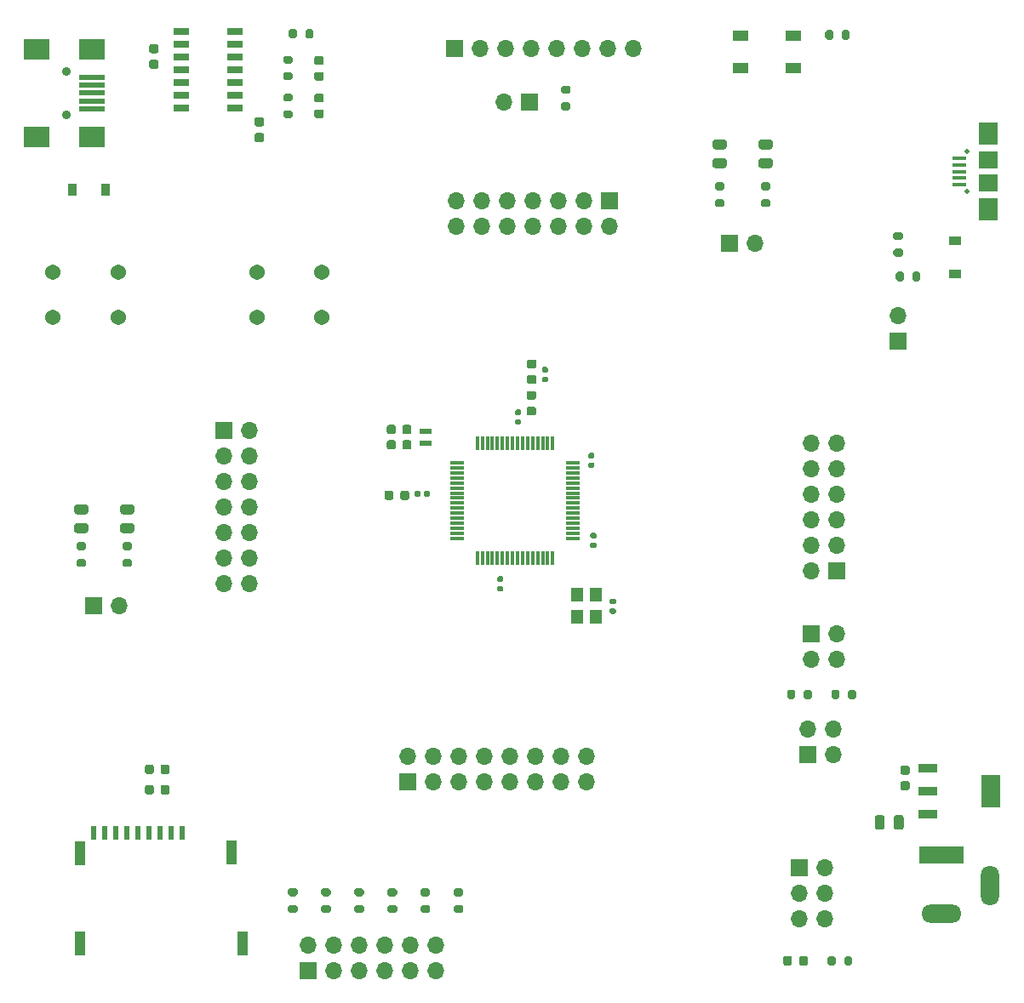
<source format=gts>
G04 #@! TF.GenerationSoftware,KiCad,Pcbnew,(5.1.10)-1*
G04 #@! TF.CreationDate,2021-11-18T19:13:28-07:00*
G04 #@! TF.ProjectId,ATSAME51Demo,41545341-4d45-4353-9144-656d6f2e6b69,1.0*
G04 #@! TF.SameCoordinates,Original*
G04 #@! TF.FileFunction,Soldermask,Top*
G04 #@! TF.FilePolarity,Negative*
%FSLAX46Y46*%
G04 Gerber Fmt 4.6, Leading zero omitted, Abs format (unit mm)*
G04 Created by KiCad (PCBNEW (5.1.10)-1) date 2021-11-18 19:13:28*
%MOMM*%
%LPD*%
G01*
G04 APERTURE LIST*
%ADD10O,1.700000X1.700000*%
%ADD11R,1.700000X1.700000*%
%ADD12R,1.400000X0.400000*%
%ADD13R,1.900000X2.300000*%
%ADD14R,1.900000X1.800000*%
%ADD15C,0.500000*%
%ADD16R,1.100000X2.400000*%
%ADD17R,0.620000X1.400000*%
%ADD18R,1.500000X0.650000*%
%ADD19R,1.200000X0.600000*%
%ADD20R,1.200000X1.400000*%
%ADD21C,1.540000*%
%ADD22R,1.550000X1.000000*%
%ADD23C,0.900000*%
%ADD24R,2.500000X0.500000*%
%ADD25R,2.500000X2.000000*%
%ADD26R,4.400000X1.800000*%
%ADD27O,4.000000X1.800000*%
%ADD28O,1.800000X4.000000*%
%ADD29R,1.850000X3.200000*%
%ADD30R,1.850000X0.900000*%
%ADD31R,0.300000X1.475000*%
%ADD32R,1.475000X0.300000*%
%ADD33R,0.900000X1.200000*%
%ADD34R,1.200000X0.900000*%
G04 APERTURE END LIST*
G36*
G01*
X125386250Y-75044000D02*
X124473750Y-75044000D01*
G75*
G02*
X124230000Y-74800250I0J243750D01*
G01*
X124230000Y-74312750D01*
G75*
G02*
X124473750Y-74069000I243750J0D01*
G01*
X125386250Y-74069000D01*
G75*
G02*
X125630000Y-74312750I0J-243750D01*
G01*
X125630000Y-74800250D01*
G75*
G02*
X125386250Y-75044000I-243750J0D01*
G01*
G37*
G36*
G01*
X125386250Y-76919000D02*
X124473750Y-76919000D01*
G75*
G02*
X124230000Y-76675250I0J243750D01*
G01*
X124230000Y-76187750D01*
G75*
G02*
X124473750Y-75944000I243750J0D01*
G01*
X125386250Y-75944000D01*
G75*
G02*
X125630000Y-76187750I0J-243750D01*
G01*
X125630000Y-76675250D01*
G75*
G02*
X125386250Y-76919000I-243750J0D01*
G01*
G37*
G36*
G01*
X120814250Y-75044000D02*
X119901750Y-75044000D01*
G75*
G02*
X119658000Y-74800250I0J243750D01*
G01*
X119658000Y-74312750D01*
G75*
G02*
X119901750Y-74069000I243750J0D01*
G01*
X120814250Y-74069000D01*
G75*
G02*
X121058000Y-74312750I0J-243750D01*
G01*
X121058000Y-74800250D01*
G75*
G02*
X120814250Y-75044000I-243750J0D01*
G01*
G37*
G36*
G01*
X120814250Y-76919000D02*
X119901750Y-76919000D01*
G75*
G02*
X119658000Y-76675250I0J243750D01*
G01*
X119658000Y-76187750D01*
G75*
G02*
X119901750Y-75944000I243750J0D01*
G01*
X120814250Y-75944000D01*
G75*
G02*
X121058000Y-76187750I0J-243750D01*
G01*
X121058000Y-76675250D01*
G75*
G02*
X120814250Y-76919000I-243750J0D01*
G01*
G37*
G36*
G01*
X61886250Y-111366000D02*
X60973750Y-111366000D01*
G75*
G02*
X60730000Y-111122250I0J243750D01*
G01*
X60730000Y-110634750D01*
G75*
G02*
X60973750Y-110391000I243750J0D01*
G01*
X61886250Y-110391000D01*
G75*
G02*
X62130000Y-110634750I0J-243750D01*
G01*
X62130000Y-111122250D01*
G75*
G02*
X61886250Y-111366000I-243750J0D01*
G01*
G37*
G36*
G01*
X61886250Y-113241000D02*
X60973750Y-113241000D01*
G75*
G02*
X60730000Y-112997250I0J243750D01*
G01*
X60730000Y-112509750D01*
G75*
G02*
X60973750Y-112266000I243750J0D01*
G01*
X61886250Y-112266000D01*
G75*
G02*
X62130000Y-112509750I0J-243750D01*
G01*
X62130000Y-112997250D01*
G75*
G02*
X61886250Y-113241000I-243750J0D01*
G01*
G37*
G36*
G01*
X57314250Y-111366000D02*
X56401750Y-111366000D01*
G75*
G02*
X56158000Y-111122250I0J243750D01*
G01*
X56158000Y-110634750D01*
G75*
G02*
X56401750Y-110391000I243750J0D01*
G01*
X57314250Y-110391000D01*
G75*
G02*
X57558000Y-110634750I0J-243750D01*
G01*
X57558000Y-111122250D01*
G75*
G02*
X57314250Y-111366000I-243750J0D01*
G01*
G37*
G36*
G01*
X57314250Y-113241000D02*
X56401750Y-113241000D01*
G75*
G02*
X56158000Y-112997250I0J243750D01*
G01*
X56158000Y-112509750D01*
G75*
G02*
X56401750Y-112266000I243750J0D01*
G01*
X57314250Y-112266000D01*
G75*
G02*
X57558000Y-112509750I0J-243750D01*
G01*
X57558000Y-112997250D01*
G75*
G02*
X57314250Y-113241000I-243750J0D01*
G01*
G37*
G36*
G01*
X138375000Y-84075000D02*
X137825000Y-84075000D01*
G75*
G02*
X137625000Y-83875000I0J200000D01*
G01*
X137625000Y-83475000D01*
G75*
G02*
X137825000Y-83275000I200000J0D01*
G01*
X138375000Y-83275000D01*
G75*
G02*
X138575000Y-83475000I0J-200000D01*
G01*
X138575000Y-83875000D01*
G75*
G02*
X138375000Y-84075000I-200000J0D01*
G01*
G37*
G36*
G01*
X138375000Y-85725000D02*
X137825000Y-85725000D01*
G75*
G02*
X137625000Y-85525000I0J200000D01*
G01*
X137625000Y-85125000D01*
G75*
G02*
X137825000Y-84925000I200000J0D01*
G01*
X138375000Y-84925000D01*
G75*
G02*
X138575000Y-85125000I0J-200000D01*
G01*
X138575000Y-85525000D01*
G75*
G02*
X138375000Y-85725000I-200000J0D01*
G01*
G37*
G36*
G01*
X138675000Y-87425000D02*
X138675000Y-87975000D01*
G75*
G02*
X138475000Y-88175000I-200000J0D01*
G01*
X138075000Y-88175000D01*
G75*
G02*
X137875000Y-87975000I0J200000D01*
G01*
X137875000Y-87425000D01*
G75*
G02*
X138075000Y-87225000I200000J0D01*
G01*
X138475000Y-87225000D01*
G75*
G02*
X138675000Y-87425000I0J-200000D01*
G01*
G37*
G36*
G01*
X140325000Y-87425000D02*
X140325000Y-87975000D01*
G75*
G02*
X140125000Y-88175000I-200000J0D01*
G01*
X139725000Y-88175000D01*
G75*
G02*
X139525000Y-87975000I0J200000D01*
G01*
X139525000Y-87425000D01*
G75*
G02*
X139725000Y-87225000I200000J0D01*
G01*
X140125000Y-87225000D01*
G75*
G02*
X140325000Y-87425000I0J-200000D01*
G01*
G37*
D10*
X138100000Y-91560000D03*
D11*
X138100000Y-94100000D03*
D12*
X144200000Y-78550000D03*
X144200000Y-77900000D03*
X144200000Y-77250000D03*
X144200000Y-76600000D03*
X144200000Y-75950000D03*
D13*
X147050000Y-81000000D03*
X147050000Y-73500000D03*
D14*
X147050000Y-78400000D03*
X147050000Y-76100000D03*
D15*
X144975000Y-75265000D03*
X144975000Y-79225000D03*
D16*
X71800000Y-145050000D03*
X72875000Y-154075000D03*
X56725000Y-154075000D03*
X56725000Y-145075000D03*
D17*
X58105000Y-143075000D03*
X59205000Y-143075000D03*
X60305000Y-143075000D03*
X61405000Y-143075000D03*
X62505000Y-143075000D03*
X63605000Y-143075000D03*
X64705000Y-143075000D03*
X65805000Y-143075000D03*
X66905000Y-143075000D03*
D10*
X92164000Y-154234000D03*
X92164000Y-156774000D03*
X89624000Y-154234000D03*
X89624000Y-156774000D03*
X87084000Y-154234000D03*
X87084000Y-156774000D03*
X84544000Y-154234000D03*
X84544000Y-156774000D03*
X82004000Y-154234000D03*
X82004000Y-156774000D03*
X79464000Y-154234000D03*
D11*
X79464000Y-156774000D03*
D18*
X66775000Y-70935000D03*
X66775000Y-69665000D03*
X66775000Y-68395000D03*
X66775000Y-67125000D03*
X66775000Y-65855000D03*
X66775000Y-64585000D03*
X66775000Y-63315000D03*
X72175000Y-63315000D03*
X72175000Y-64585000D03*
X72175000Y-65855000D03*
X72175000Y-67125000D03*
X72175000Y-68395000D03*
X72175000Y-69665000D03*
X72175000Y-70935000D03*
D10*
X94185000Y-82690000D03*
X94185000Y-80150000D03*
X96725000Y-82690000D03*
X96725000Y-80150000D03*
X99265000Y-82690000D03*
X99265000Y-80150000D03*
X101805000Y-82690000D03*
X101805000Y-80150000D03*
X104345000Y-82690000D03*
X104345000Y-80150000D03*
X106885000Y-82690000D03*
X106885000Y-80150000D03*
X109425000Y-82690000D03*
D11*
X109425000Y-80150000D03*
D19*
X91075000Y-104300000D03*
X91075000Y-103100000D03*
D20*
X106150000Y-121575000D03*
X106150000Y-119375000D03*
X108050000Y-119375000D03*
X108050000Y-121575000D03*
D21*
X74310000Y-87270000D03*
X80810000Y-87270000D03*
X74310000Y-91770000D03*
X80810000Y-91770000D03*
X54025000Y-87270000D03*
X60525000Y-87270000D03*
X54025000Y-91770000D03*
X60525000Y-91770000D03*
D22*
X127675000Y-66970000D03*
X122425000Y-66970000D03*
X127675000Y-63770000D03*
X122425000Y-63770000D03*
G36*
G01*
X77685000Y-66525000D02*
X77135000Y-66525000D01*
G75*
G02*
X76935000Y-66325000I0J200000D01*
G01*
X76935000Y-65925000D01*
G75*
G02*
X77135000Y-65725000I200000J0D01*
G01*
X77685000Y-65725000D01*
G75*
G02*
X77885000Y-65925000I0J-200000D01*
G01*
X77885000Y-66325000D01*
G75*
G02*
X77685000Y-66525000I-200000J0D01*
G01*
G37*
G36*
G01*
X77685000Y-68175000D02*
X77135000Y-68175000D01*
G75*
G02*
X76935000Y-67975000I0J200000D01*
G01*
X76935000Y-67575000D01*
G75*
G02*
X77135000Y-67375000I200000J0D01*
G01*
X77685000Y-67375000D01*
G75*
G02*
X77885000Y-67575000I0J-200000D01*
G01*
X77885000Y-67975000D01*
G75*
G02*
X77685000Y-68175000I-200000J0D01*
G01*
G37*
G36*
G01*
X77135000Y-71145000D02*
X77685000Y-71145000D01*
G75*
G02*
X77885000Y-71345000I0J-200000D01*
G01*
X77885000Y-71745000D01*
G75*
G02*
X77685000Y-71945000I-200000J0D01*
G01*
X77135000Y-71945000D01*
G75*
G02*
X76935000Y-71745000I0J200000D01*
G01*
X76935000Y-71345000D01*
G75*
G02*
X77135000Y-71145000I200000J0D01*
G01*
G37*
G36*
G01*
X77135000Y-69495000D02*
X77685000Y-69495000D01*
G75*
G02*
X77885000Y-69695000I0J-200000D01*
G01*
X77885000Y-70095000D01*
G75*
G02*
X77685000Y-70295000I-200000J0D01*
G01*
X77135000Y-70295000D01*
G75*
G02*
X76935000Y-70095000I0J200000D01*
G01*
X76935000Y-69695000D01*
G75*
G02*
X77135000Y-69495000I200000J0D01*
G01*
G37*
G36*
G01*
X78305000Y-63265000D02*
X78305000Y-63815000D01*
G75*
G02*
X78105000Y-64015000I-200000J0D01*
G01*
X77705000Y-64015000D01*
G75*
G02*
X77505000Y-63815000I0J200000D01*
G01*
X77505000Y-63265000D01*
G75*
G02*
X77705000Y-63065000I200000J0D01*
G01*
X78105000Y-63065000D01*
G75*
G02*
X78305000Y-63265000I0J-200000D01*
G01*
G37*
G36*
G01*
X79955000Y-63265000D02*
X79955000Y-63815000D01*
G75*
G02*
X79755000Y-64015000I-200000J0D01*
G01*
X79355000Y-64015000D01*
G75*
G02*
X79155000Y-63815000I0J200000D01*
G01*
X79155000Y-63265000D01*
G75*
G02*
X79355000Y-63065000I200000J0D01*
G01*
X79755000Y-63065000D01*
G75*
G02*
X79955000Y-63265000I0J-200000D01*
G01*
G37*
G36*
G01*
X105335000Y-69525000D02*
X104785000Y-69525000D01*
G75*
G02*
X104585000Y-69325000I0J200000D01*
G01*
X104585000Y-68925000D01*
G75*
G02*
X104785000Y-68725000I200000J0D01*
G01*
X105335000Y-68725000D01*
G75*
G02*
X105535000Y-68925000I0J-200000D01*
G01*
X105535000Y-69325000D01*
G75*
G02*
X105335000Y-69525000I-200000J0D01*
G01*
G37*
G36*
G01*
X105335000Y-71175000D02*
X104785000Y-71175000D01*
G75*
G02*
X104585000Y-70975000I0J200000D01*
G01*
X104585000Y-70575000D01*
G75*
G02*
X104785000Y-70375000I200000J0D01*
G01*
X105335000Y-70375000D01*
G75*
G02*
X105535000Y-70575000I0J-200000D01*
G01*
X105535000Y-70975000D01*
G75*
G02*
X105335000Y-71175000I-200000J0D01*
G01*
G37*
G36*
G01*
X94121000Y-150241000D02*
X94671000Y-150241000D01*
G75*
G02*
X94871000Y-150441000I0J-200000D01*
G01*
X94871000Y-150841000D01*
G75*
G02*
X94671000Y-151041000I-200000J0D01*
G01*
X94121000Y-151041000D01*
G75*
G02*
X93921000Y-150841000I0J200000D01*
G01*
X93921000Y-150441000D01*
G75*
G02*
X94121000Y-150241000I200000J0D01*
G01*
G37*
G36*
G01*
X94121000Y-148591000D02*
X94671000Y-148591000D01*
G75*
G02*
X94871000Y-148791000I0J-200000D01*
G01*
X94871000Y-149191000D01*
G75*
G02*
X94671000Y-149391000I-200000J0D01*
G01*
X94121000Y-149391000D01*
G75*
G02*
X93921000Y-149191000I0J200000D01*
G01*
X93921000Y-148791000D01*
G75*
G02*
X94121000Y-148591000I200000J0D01*
G01*
G37*
G36*
G01*
X84223400Y-150241000D02*
X84773400Y-150241000D01*
G75*
G02*
X84973400Y-150441000I0J-200000D01*
G01*
X84973400Y-150841000D01*
G75*
G02*
X84773400Y-151041000I-200000J0D01*
G01*
X84223400Y-151041000D01*
G75*
G02*
X84023400Y-150841000I0J200000D01*
G01*
X84023400Y-150441000D01*
G75*
G02*
X84223400Y-150241000I200000J0D01*
G01*
G37*
G36*
G01*
X84223400Y-148591000D02*
X84773400Y-148591000D01*
G75*
G02*
X84973400Y-148791000I0J-200000D01*
G01*
X84973400Y-149191000D01*
G75*
G02*
X84773400Y-149391000I-200000J0D01*
G01*
X84223400Y-149391000D01*
G75*
G02*
X84023400Y-149191000I0J200000D01*
G01*
X84023400Y-148791000D01*
G75*
G02*
X84223400Y-148591000I200000J0D01*
G01*
G37*
G36*
G01*
X128725000Y-129572501D02*
X128725000Y-129022501D01*
G75*
G02*
X128925000Y-128822501I200000J0D01*
G01*
X129325000Y-128822501D01*
G75*
G02*
X129525000Y-129022501I0J-200000D01*
G01*
X129525000Y-129572501D01*
G75*
G02*
X129325000Y-129772501I-200000J0D01*
G01*
X128925000Y-129772501D01*
G75*
G02*
X128725000Y-129572501I0J200000D01*
G01*
G37*
G36*
G01*
X127075000Y-129572501D02*
X127075000Y-129022501D01*
G75*
G02*
X127275000Y-128822501I200000J0D01*
G01*
X127675000Y-128822501D01*
G75*
G02*
X127875000Y-129022501I0J-200000D01*
G01*
X127875000Y-129572501D01*
G75*
G02*
X127675000Y-129772501I-200000J0D01*
G01*
X127275000Y-129772501D01*
G75*
G02*
X127075000Y-129572501I0J200000D01*
G01*
G37*
G36*
G01*
X80924200Y-150241000D02*
X81474200Y-150241000D01*
G75*
G02*
X81674200Y-150441000I0J-200000D01*
G01*
X81674200Y-150841000D01*
G75*
G02*
X81474200Y-151041000I-200000J0D01*
G01*
X80924200Y-151041000D01*
G75*
G02*
X80724200Y-150841000I0J200000D01*
G01*
X80724200Y-150441000D01*
G75*
G02*
X80924200Y-150241000I200000J0D01*
G01*
G37*
G36*
G01*
X80924200Y-148591000D02*
X81474200Y-148591000D01*
G75*
G02*
X81674200Y-148791000I0J-200000D01*
G01*
X81674200Y-149191000D01*
G75*
G02*
X81474200Y-149391000I-200000J0D01*
G01*
X80924200Y-149391000D01*
G75*
G02*
X80724200Y-149191000I0J200000D01*
G01*
X80724200Y-148791000D01*
G75*
G02*
X80924200Y-148591000I200000J0D01*
G01*
G37*
G36*
G01*
X90821800Y-150241000D02*
X91371800Y-150241000D01*
G75*
G02*
X91571800Y-150441000I0J-200000D01*
G01*
X91571800Y-150841000D01*
G75*
G02*
X91371800Y-151041000I-200000J0D01*
G01*
X90821800Y-151041000D01*
G75*
G02*
X90621800Y-150841000I0J200000D01*
G01*
X90621800Y-150441000D01*
G75*
G02*
X90821800Y-150241000I200000J0D01*
G01*
G37*
G36*
G01*
X90821800Y-148591000D02*
X91371800Y-148591000D01*
G75*
G02*
X91571800Y-148791000I0J-200000D01*
G01*
X91571800Y-149191000D01*
G75*
G02*
X91371800Y-149391000I-200000J0D01*
G01*
X90821800Y-149391000D01*
G75*
G02*
X90621800Y-149191000I0J200000D01*
G01*
X90621800Y-148791000D01*
G75*
G02*
X90821800Y-148591000I200000J0D01*
G01*
G37*
G36*
G01*
X132275000Y-129022501D02*
X132275000Y-129572501D01*
G75*
G02*
X132075000Y-129772501I-200000J0D01*
G01*
X131675000Y-129772501D01*
G75*
G02*
X131475000Y-129572501I0J200000D01*
G01*
X131475000Y-129022501D01*
G75*
G02*
X131675000Y-128822501I200000J0D01*
G01*
X132075000Y-128822501D01*
G75*
G02*
X132275000Y-129022501I0J-200000D01*
G01*
G37*
G36*
G01*
X133925000Y-129022501D02*
X133925000Y-129572501D01*
G75*
G02*
X133725000Y-129772501I-200000J0D01*
G01*
X133325000Y-129772501D01*
G75*
G02*
X133125000Y-129572501I0J200000D01*
G01*
X133125000Y-129022501D01*
G75*
G02*
X133325000Y-128822501I200000J0D01*
G01*
X133725000Y-128822501D01*
G75*
G02*
X133925000Y-129022501I0J-200000D01*
G01*
G37*
G36*
G01*
X87522600Y-150241000D02*
X88072600Y-150241000D01*
G75*
G02*
X88272600Y-150441000I0J-200000D01*
G01*
X88272600Y-150841000D01*
G75*
G02*
X88072600Y-151041000I-200000J0D01*
G01*
X87522600Y-151041000D01*
G75*
G02*
X87322600Y-150841000I0J200000D01*
G01*
X87322600Y-150441000D01*
G75*
G02*
X87522600Y-150241000I200000J0D01*
G01*
G37*
G36*
G01*
X87522600Y-148591000D02*
X88072600Y-148591000D01*
G75*
G02*
X88272600Y-148791000I0J-200000D01*
G01*
X88272600Y-149191000D01*
G75*
G02*
X88072600Y-149391000I-200000J0D01*
G01*
X87522600Y-149391000D01*
G75*
G02*
X87322600Y-149191000I0J200000D01*
G01*
X87322600Y-148791000D01*
G75*
G02*
X87522600Y-148591000I200000J0D01*
G01*
G37*
G36*
G01*
X77625000Y-150241000D02*
X78175000Y-150241000D01*
G75*
G02*
X78375000Y-150441000I0J-200000D01*
G01*
X78375000Y-150841000D01*
G75*
G02*
X78175000Y-151041000I-200000J0D01*
G01*
X77625000Y-151041000D01*
G75*
G02*
X77425000Y-150841000I0J200000D01*
G01*
X77425000Y-150441000D01*
G75*
G02*
X77625000Y-150241000I200000J0D01*
G01*
G37*
G36*
G01*
X77625000Y-148591000D02*
X78175000Y-148591000D01*
G75*
G02*
X78375000Y-148791000I0J-200000D01*
G01*
X78375000Y-149191000D01*
G75*
G02*
X78175000Y-149391000I-200000J0D01*
G01*
X77625000Y-149391000D01*
G75*
G02*
X77425000Y-149191000I0J200000D01*
G01*
X77425000Y-148791000D01*
G75*
G02*
X77625000Y-148591000I200000J0D01*
G01*
G37*
G36*
G01*
X124655000Y-79983000D02*
X125205000Y-79983000D01*
G75*
G02*
X125405000Y-80183000I0J-200000D01*
G01*
X125405000Y-80583000D01*
G75*
G02*
X125205000Y-80783000I-200000J0D01*
G01*
X124655000Y-80783000D01*
G75*
G02*
X124455000Y-80583000I0J200000D01*
G01*
X124455000Y-80183000D01*
G75*
G02*
X124655000Y-79983000I200000J0D01*
G01*
G37*
G36*
G01*
X124655000Y-78333000D02*
X125205000Y-78333000D01*
G75*
G02*
X125405000Y-78533000I0J-200000D01*
G01*
X125405000Y-78933000D01*
G75*
G02*
X125205000Y-79133000I-200000J0D01*
G01*
X124655000Y-79133000D01*
G75*
G02*
X124455000Y-78933000I0J200000D01*
G01*
X124455000Y-78533000D01*
G75*
G02*
X124655000Y-78333000I200000J0D01*
G01*
G37*
G36*
G01*
X120083000Y-79983000D02*
X120633000Y-79983000D01*
G75*
G02*
X120833000Y-80183000I0J-200000D01*
G01*
X120833000Y-80583000D01*
G75*
G02*
X120633000Y-80783000I-200000J0D01*
G01*
X120083000Y-80783000D01*
G75*
G02*
X119883000Y-80583000I0J200000D01*
G01*
X119883000Y-80183000D01*
G75*
G02*
X120083000Y-79983000I200000J0D01*
G01*
G37*
G36*
G01*
X120083000Y-78333000D02*
X120633000Y-78333000D01*
G75*
G02*
X120833000Y-78533000I0J-200000D01*
G01*
X120833000Y-78933000D01*
G75*
G02*
X120633000Y-79133000I-200000J0D01*
G01*
X120083000Y-79133000D01*
G75*
G02*
X119883000Y-78933000I0J200000D01*
G01*
X119883000Y-78533000D01*
G75*
G02*
X120083000Y-78333000I200000J0D01*
G01*
G37*
G36*
G01*
X61155000Y-115797000D02*
X61705000Y-115797000D01*
G75*
G02*
X61905000Y-115997000I0J-200000D01*
G01*
X61905000Y-116397000D01*
G75*
G02*
X61705000Y-116597000I-200000J0D01*
G01*
X61155000Y-116597000D01*
G75*
G02*
X60955000Y-116397000I0J200000D01*
G01*
X60955000Y-115997000D01*
G75*
G02*
X61155000Y-115797000I200000J0D01*
G01*
G37*
G36*
G01*
X61155000Y-114147000D02*
X61705000Y-114147000D01*
G75*
G02*
X61905000Y-114347000I0J-200000D01*
G01*
X61905000Y-114747000D01*
G75*
G02*
X61705000Y-114947000I-200000J0D01*
G01*
X61155000Y-114947000D01*
G75*
G02*
X60955000Y-114747000I0J200000D01*
G01*
X60955000Y-114347000D01*
G75*
G02*
X61155000Y-114147000I200000J0D01*
G01*
G37*
G36*
G01*
X56583000Y-115797000D02*
X57133000Y-115797000D01*
G75*
G02*
X57333000Y-115997000I0J-200000D01*
G01*
X57333000Y-116397000D01*
G75*
G02*
X57133000Y-116597000I-200000J0D01*
G01*
X56583000Y-116597000D01*
G75*
G02*
X56383000Y-116397000I0J200000D01*
G01*
X56383000Y-115997000D01*
G75*
G02*
X56583000Y-115797000I200000J0D01*
G01*
G37*
G36*
G01*
X56583000Y-114147000D02*
X57133000Y-114147000D01*
G75*
G02*
X57333000Y-114347000I0J-200000D01*
G01*
X57333000Y-114747000D01*
G75*
G02*
X57133000Y-114947000I-200000J0D01*
G01*
X56583000Y-114947000D01*
G75*
G02*
X56383000Y-114747000I0J200000D01*
G01*
X56383000Y-114347000D01*
G75*
G02*
X56583000Y-114147000I200000J0D01*
G01*
G37*
G36*
G01*
X132745000Y-156085000D02*
X132745000Y-155535000D01*
G75*
G02*
X132945000Y-155335000I200000J0D01*
G01*
X133345000Y-155335000D01*
G75*
G02*
X133545000Y-155535000I0J-200000D01*
G01*
X133545000Y-156085000D01*
G75*
G02*
X133345000Y-156285000I-200000J0D01*
G01*
X132945000Y-156285000D01*
G75*
G02*
X132745000Y-156085000I0J200000D01*
G01*
G37*
G36*
G01*
X131095000Y-156085000D02*
X131095000Y-155535000D01*
G75*
G02*
X131295000Y-155335000I200000J0D01*
G01*
X131695000Y-155335000D01*
G75*
G02*
X131895000Y-155535000I0J-200000D01*
G01*
X131895000Y-156085000D01*
G75*
G02*
X131695000Y-156285000I-200000J0D01*
G01*
X131295000Y-156285000D01*
G75*
G02*
X131095000Y-156085000I0J200000D01*
G01*
G37*
G36*
G01*
X131645000Y-63375000D02*
X131645000Y-63925000D01*
G75*
G02*
X131445000Y-64125000I-200000J0D01*
G01*
X131045000Y-64125000D01*
G75*
G02*
X130845000Y-63925000I0J200000D01*
G01*
X130845000Y-63375000D01*
G75*
G02*
X131045000Y-63175000I200000J0D01*
G01*
X131445000Y-63175000D01*
G75*
G02*
X131645000Y-63375000I0J-200000D01*
G01*
G37*
G36*
G01*
X133295000Y-63375000D02*
X133295000Y-63925000D01*
G75*
G02*
X133095000Y-64125000I-200000J0D01*
G01*
X132695000Y-64125000D01*
G75*
G02*
X132495000Y-63925000I0J200000D01*
G01*
X132495000Y-63375000D01*
G75*
G02*
X132695000Y-63175000I200000J0D01*
G01*
X133095000Y-63175000D01*
G75*
G02*
X133295000Y-63375000I0J-200000D01*
G01*
G37*
G36*
G01*
X101373750Y-100660000D02*
X101886250Y-100660000D01*
G75*
G02*
X102105000Y-100878750I0J-218750D01*
G01*
X102105000Y-101316250D01*
G75*
G02*
X101886250Y-101535000I-218750J0D01*
G01*
X101373750Y-101535000D01*
G75*
G02*
X101155000Y-101316250I0J218750D01*
G01*
X101155000Y-100878750D01*
G75*
G02*
X101373750Y-100660000I218750J0D01*
G01*
G37*
G36*
G01*
X101373750Y-99085000D02*
X101886250Y-99085000D01*
G75*
G02*
X102105000Y-99303750I0J-218750D01*
G01*
X102105000Y-99741250D01*
G75*
G02*
X101886250Y-99960000I-218750J0D01*
G01*
X101373750Y-99960000D01*
G75*
G02*
X101155000Y-99741250I0J218750D01*
G01*
X101155000Y-99303750D01*
G75*
G02*
X101373750Y-99085000I218750J0D01*
G01*
G37*
G36*
G01*
X87900000Y-109218750D02*
X87900000Y-109731250D01*
G75*
G02*
X87681250Y-109950000I-218750J0D01*
G01*
X87243750Y-109950000D01*
G75*
G02*
X87025000Y-109731250I0J218750D01*
G01*
X87025000Y-109218750D01*
G75*
G02*
X87243750Y-109000000I218750J0D01*
G01*
X87681250Y-109000000D01*
G75*
G02*
X87900000Y-109218750I0J-218750D01*
G01*
G37*
G36*
G01*
X89475000Y-109218750D02*
X89475000Y-109731250D01*
G75*
G02*
X89256250Y-109950000I-218750J0D01*
G01*
X88818750Y-109950000D01*
G75*
G02*
X88600000Y-109731250I0J218750D01*
G01*
X88600000Y-109218750D01*
G75*
G02*
X88818750Y-109000000I218750J0D01*
G01*
X89256250Y-109000000D01*
G75*
G02*
X89475000Y-109218750I0J-218750D01*
G01*
G37*
D10*
X129460000Y-104300000D03*
X132000000Y-104300000D03*
X129460000Y-106840000D03*
X132000000Y-106840000D03*
X129460000Y-109380000D03*
X132000000Y-109380000D03*
X129460000Y-111920000D03*
X132000000Y-111920000D03*
X129460000Y-114460000D03*
X132000000Y-114460000D03*
X129460000Y-117000000D03*
D11*
X132000000Y-117000000D03*
D10*
X107080000Y-135460000D03*
X107080000Y-138000000D03*
X104540000Y-135460000D03*
X104540000Y-138000000D03*
X102000000Y-135460000D03*
X102000000Y-138000000D03*
X99460000Y-135460000D03*
X99460000Y-138000000D03*
X96920000Y-135460000D03*
X96920000Y-138000000D03*
X94380000Y-135460000D03*
X94380000Y-138000000D03*
X91840000Y-135460000D03*
X91840000Y-138000000D03*
X89300000Y-135460000D03*
D11*
X89300000Y-138000000D03*
D10*
X111780000Y-65000000D03*
X109240000Y-65000000D03*
X106700000Y-65000000D03*
X104160000Y-65000000D03*
X101620000Y-65000000D03*
X99080000Y-65000000D03*
X96540000Y-65000000D03*
D11*
X94000000Y-65000000D03*
D10*
X98890000Y-70310000D03*
D11*
X101430000Y-70310000D03*
D10*
X73540000Y-118240000D03*
X71000000Y-118240000D03*
X73540000Y-115700000D03*
X71000000Y-115700000D03*
X73540000Y-113160000D03*
X71000000Y-113160000D03*
X73540000Y-110620000D03*
X71000000Y-110620000D03*
X73540000Y-108080000D03*
X71000000Y-108080000D03*
X73540000Y-105540000D03*
X71000000Y-105540000D03*
X73540000Y-103000000D03*
D11*
X71000000Y-103000000D03*
D10*
X131700000Y-132740000D03*
X131700000Y-135280000D03*
X129160000Y-132740000D03*
D11*
X129160000Y-135280000D03*
D10*
X132000000Y-125770000D03*
X129460000Y-125770000D03*
X132000000Y-123230000D03*
D11*
X129460000Y-123230000D03*
D10*
X123914000Y-84384000D03*
D11*
X121374000Y-84384000D03*
D23*
X55350000Y-71650000D03*
X55350000Y-67250000D03*
D24*
X57950000Y-71050000D03*
X57950000Y-70250000D03*
X57950000Y-69450000D03*
X57950000Y-68650000D03*
X57950000Y-67850000D03*
D25*
X57950000Y-73850000D03*
X57950000Y-65050000D03*
X52450000Y-73850000D03*
X52450000Y-65050000D03*
D10*
X60668000Y-120452000D03*
D11*
X58128000Y-120452000D03*
D10*
X130800000Y-151610000D03*
X128260000Y-151610000D03*
X130800000Y-149070000D03*
X128260000Y-149070000D03*
X130800000Y-146530000D03*
D11*
X128260000Y-146530000D03*
D26*
X142425000Y-145300000D03*
D27*
X142425000Y-151100000D03*
D28*
X147225000Y-148300000D03*
D29*
X147300000Y-138925000D03*
D30*
X141100000Y-141225000D03*
X141100000Y-138925000D03*
X141100000Y-136625000D03*
D31*
X96250000Y-104262000D03*
X96750000Y-104262000D03*
X97250000Y-104262000D03*
X97750000Y-104262000D03*
X98250000Y-104262000D03*
X98750000Y-104262000D03*
X99250000Y-104262000D03*
X99750000Y-104262000D03*
X100250000Y-104262000D03*
X100750000Y-104262000D03*
X101250000Y-104262000D03*
X101750000Y-104262000D03*
X102250000Y-104262000D03*
X102750000Y-104262000D03*
X103250000Y-104262000D03*
X103750000Y-104262000D03*
D32*
X105738000Y-106250000D03*
X105738000Y-106750000D03*
X105738000Y-107250000D03*
X105738000Y-107750000D03*
X105738000Y-108250000D03*
X105738000Y-108750000D03*
X105738000Y-109250000D03*
X105738000Y-109750000D03*
X105738000Y-110250000D03*
X105738000Y-110750000D03*
X105738000Y-111250000D03*
X105738000Y-111750000D03*
X105738000Y-112250000D03*
X105738000Y-112750000D03*
X105738000Y-113250000D03*
X105738000Y-113750000D03*
D31*
X103750000Y-115738000D03*
X103250000Y-115738000D03*
X102750000Y-115738000D03*
X102250000Y-115738000D03*
X101750000Y-115738000D03*
X101250000Y-115738000D03*
X100750000Y-115738000D03*
X100250000Y-115738000D03*
X99750000Y-115738000D03*
X99250000Y-115738000D03*
X98750000Y-115738000D03*
X98250000Y-115738000D03*
X97750000Y-115738000D03*
X97250000Y-115738000D03*
X96750000Y-115738000D03*
X96250000Y-115738000D03*
D32*
X94262000Y-113750000D03*
X94262000Y-113250000D03*
X94262000Y-112750000D03*
X94262000Y-112250000D03*
X94262000Y-111750000D03*
X94262000Y-111250000D03*
X94262000Y-110750000D03*
X94262000Y-110250000D03*
X94262000Y-109750000D03*
X94262000Y-109250000D03*
X94262000Y-108750000D03*
X94262000Y-108250000D03*
X94262000Y-107750000D03*
X94262000Y-107250000D03*
X94262000Y-106750000D03*
X94262000Y-106250000D03*
G36*
G01*
X80243750Y-67340000D02*
X80756250Y-67340000D01*
G75*
G02*
X80975000Y-67558750I0J-218750D01*
G01*
X80975000Y-67996250D01*
G75*
G02*
X80756250Y-68215000I-218750J0D01*
G01*
X80243750Y-68215000D01*
G75*
G02*
X80025000Y-67996250I0J218750D01*
G01*
X80025000Y-67558750D01*
G75*
G02*
X80243750Y-67340000I218750J0D01*
G01*
G37*
G36*
G01*
X80243750Y-65765000D02*
X80756250Y-65765000D01*
G75*
G02*
X80975000Y-65983750I0J-218750D01*
G01*
X80975000Y-66421250D01*
G75*
G02*
X80756250Y-66640000I-218750J0D01*
G01*
X80243750Y-66640000D01*
G75*
G02*
X80025000Y-66421250I0J218750D01*
G01*
X80025000Y-65983750D01*
G75*
G02*
X80243750Y-65765000I218750J0D01*
G01*
G37*
G36*
G01*
X80756250Y-70370000D02*
X80243750Y-70370000D01*
G75*
G02*
X80025000Y-70151250I0J218750D01*
G01*
X80025000Y-69713750D01*
G75*
G02*
X80243750Y-69495000I218750J0D01*
G01*
X80756250Y-69495000D01*
G75*
G02*
X80975000Y-69713750I0J-218750D01*
G01*
X80975000Y-70151250D01*
G75*
G02*
X80756250Y-70370000I-218750J0D01*
G01*
G37*
G36*
G01*
X80756250Y-71945000D02*
X80243750Y-71945000D01*
G75*
G02*
X80025000Y-71726250I0J218750D01*
G01*
X80025000Y-71288750D01*
G75*
G02*
X80243750Y-71070000I218750J0D01*
G01*
X80756250Y-71070000D01*
G75*
G02*
X80975000Y-71288750I0J-218750D01*
G01*
X80975000Y-71726250D01*
G75*
G02*
X80756250Y-71945000I-218750J0D01*
G01*
G37*
D33*
X55970000Y-79050000D03*
X59270000Y-79050000D03*
D34*
X143760000Y-84170000D03*
X143760000Y-87470000D03*
G36*
G01*
X127550000Y-155543750D02*
X127550000Y-156056250D01*
G75*
G02*
X127331250Y-156275000I-218750J0D01*
G01*
X126893750Y-156275000D01*
G75*
G02*
X126675000Y-156056250I0J218750D01*
G01*
X126675000Y-155543750D01*
G75*
G02*
X126893750Y-155325000I218750J0D01*
G01*
X127331250Y-155325000D01*
G75*
G02*
X127550000Y-155543750I0J-218750D01*
G01*
G37*
G36*
G01*
X129125000Y-155543750D02*
X129125000Y-156056250D01*
G75*
G02*
X128906250Y-156275000I-218750J0D01*
G01*
X128468750Y-156275000D01*
G75*
G02*
X128250000Y-156056250I0J218750D01*
G01*
X128250000Y-155543750D01*
G75*
G02*
X128468750Y-155325000I218750J0D01*
G01*
X128906250Y-155325000D01*
G75*
G02*
X129125000Y-155543750I0J-218750D01*
G01*
G37*
G36*
G01*
X64330000Y-65475000D02*
X63830000Y-65475000D01*
G75*
G02*
X63605000Y-65250000I0J225000D01*
G01*
X63605000Y-64800000D01*
G75*
G02*
X63830000Y-64575000I225000J0D01*
G01*
X64330000Y-64575000D01*
G75*
G02*
X64555000Y-64800000I0J-225000D01*
G01*
X64555000Y-65250000D01*
G75*
G02*
X64330000Y-65475000I-225000J0D01*
G01*
G37*
G36*
G01*
X64330000Y-67025000D02*
X63830000Y-67025000D01*
G75*
G02*
X63605000Y-66800000I0J225000D01*
G01*
X63605000Y-66350000D01*
G75*
G02*
X63830000Y-66125000I225000J0D01*
G01*
X64330000Y-66125000D01*
G75*
G02*
X64555000Y-66350000I0J-225000D01*
G01*
X64555000Y-66800000D01*
G75*
G02*
X64330000Y-67025000I-225000J0D01*
G01*
G37*
G36*
G01*
X74810000Y-72765000D02*
X74310000Y-72765000D01*
G75*
G02*
X74085000Y-72540000I0J225000D01*
G01*
X74085000Y-72090000D01*
G75*
G02*
X74310000Y-71865000I225000J0D01*
G01*
X74810000Y-71865000D01*
G75*
G02*
X75035000Y-72090000I0J-225000D01*
G01*
X75035000Y-72540000D01*
G75*
G02*
X74810000Y-72765000I-225000J0D01*
G01*
G37*
G36*
G01*
X74810000Y-74315000D02*
X74310000Y-74315000D01*
G75*
G02*
X74085000Y-74090000I0J225000D01*
G01*
X74085000Y-73640000D01*
G75*
G02*
X74310000Y-73415000I225000J0D01*
G01*
X74810000Y-73415000D01*
G75*
G02*
X75035000Y-73640000I0J-225000D01*
G01*
X75035000Y-74090000D01*
G75*
G02*
X74810000Y-74315000I-225000J0D01*
G01*
G37*
G36*
G01*
X64735000Y-139026000D02*
X64735000Y-138526000D01*
G75*
G02*
X64960000Y-138301000I225000J0D01*
G01*
X65410000Y-138301000D01*
G75*
G02*
X65635000Y-138526000I0J-225000D01*
G01*
X65635000Y-139026000D01*
G75*
G02*
X65410000Y-139251000I-225000J0D01*
G01*
X64960000Y-139251000D01*
G75*
G02*
X64735000Y-139026000I0J225000D01*
G01*
G37*
G36*
G01*
X63185000Y-139026000D02*
X63185000Y-138526000D01*
G75*
G02*
X63410000Y-138301000I225000J0D01*
G01*
X63860000Y-138301000D01*
G75*
G02*
X64085000Y-138526000I0J-225000D01*
G01*
X64085000Y-139026000D01*
G75*
G02*
X63860000Y-139251000I-225000J0D01*
G01*
X63410000Y-139251000D01*
G75*
G02*
X63185000Y-139026000I0J225000D01*
G01*
G37*
G36*
G01*
X64085000Y-136500000D02*
X64085000Y-137000000D01*
G75*
G02*
X63860000Y-137225000I-225000J0D01*
G01*
X63410000Y-137225000D01*
G75*
G02*
X63185000Y-137000000I0J225000D01*
G01*
X63185000Y-136500000D01*
G75*
G02*
X63410000Y-136275000I225000J0D01*
G01*
X63860000Y-136275000D01*
G75*
G02*
X64085000Y-136500000I0J-225000D01*
G01*
G37*
G36*
G01*
X65635000Y-136500000D02*
X65635000Y-137000000D01*
G75*
G02*
X65410000Y-137225000I-225000J0D01*
G01*
X64960000Y-137225000D01*
G75*
G02*
X64735000Y-137000000I0J225000D01*
G01*
X64735000Y-136500000D01*
G75*
G02*
X64960000Y-136275000I225000J0D01*
G01*
X65410000Y-136275000D01*
G75*
G02*
X65635000Y-136500000I0J-225000D01*
G01*
G37*
G36*
G01*
X103160000Y-97270000D02*
X102820000Y-97270000D01*
G75*
G02*
X102680000Y-97130000I0J140000D01*
G01*
X102680000Y-96850000D01*
G75*
G02*
X102820000Y-96710000I140000J0D01*
G01*
X103160000Y-96710000D01*
G75*
G02*
X103300000Y-96850000I0J-140000D01*
G01*
X103300000Y-97130000D01*
G75*
G02*
X103160000Y-97270000I-140000J0D01*
G01*
G37*
G36*
G01*
X103160000Y-98230000D02*
X102820000Y-98230000D01*
G75*
G02*
X102680000Y-98090000I0J140000D01*
G01*
X102680000Y-97810000D01*
G75*
G02*
X102820000Y-97670000I140000J0D01*
G01*
X103160000Y-97670000D01*
G75*
G02*
X103300000Y-97810000I0J-140000D01*
G01*
X103300000Y-98090000D01*
G75*
G02*
X103160000Y-98230000I-140000J0D01*
G01*
G37*
G36*
G01*
X101910000Y-96855000D02*
X101410000Y-96855000D01*
G75*
G02*
X101185000Y-96630000I0J225000D01*
G01*
X101185000Y-96180000D01*
G75*
G02*
X101410000Y-95955000I225000J0D01*
G01*
X101910000Y-95955000D01*
G75*
G02*
X102135000Y-96180000I0J-225000D01*
G01*
X102135000Y-96630000D01*
G75*
G02*
X101910000Y-96855000I-225000J0D01*
G01*
G37*
G36*
G01*
X101910000Y-98405000D02*
X101410000Y-98405000D01*
G75*
G02*
X101185000Y-98180000I0J225000D01*
G01*
X101185000Y-97730000D01*
G75*
G02*
X101410000Y-97505000I225000J0D01*
G01*
X101910000Y-97505000D01*
G75*
G02*
X102135000Y-97730000I0J-225000D01*
G01*
X102135000Y-98180000D01*
G75*
G02*
X101910000Y-98405000I-225000J0D01*
G01*
G37*
G36*
G01*
X90975000Y-109495000D02*
X90975000Y-109155000D01*
G75*
G02*
X91115000Y-109015000I140000J0D01*
G01*
X91395000Y-109015000D01*
G75*
G02*
X91535000Y-109155000I0J-140000D01*
G01*
X91535000Y-109495000D01*
G75*
G02*
X91395000Y-109635000I-140000J0D01*
G01*
X91115000Y-109635000D01*
G75*
G02*
X90975000Y-109495000I0J140000D01*
G01*
G37*
G36*
G01*
X90015000Y-109495000D02*
X90015000Y-109155000D01*
G75*
G02*
X90155000Y-109015000I140000J0D01*
G01*
X90435000Y-109015000D01*
G75*
G02*
X90575000Y-109155000I0J-140000D01*
G01*
X90575000Y-109495000D01*
G75*
G02*
X90435000Y-109635000I-140000J0D01*
G01*
X90155000Y-109635000D01*
G75*
G02*
X90015000Y-109495000I0J140000D01*
G01*
G37*
G36*
G01*
X139050000Y-137285000D02*
X138550000Y-137285000D01*
G75*
G02*
X138325000Y-137060000I0J225000D01*
G01*
X138325000Y-136610000D01*
G75*
G02*
X138550000Y-136385000I225000J0D01*
G01*
X139050000Y-136385000D01*
G75*
G02*
X139275000Y-136610000I0J-225000D01*
G01*
X139275000Y-137060000D01*
G75*
G02*
X139050000Y-137285000I-225000J0D01*
G01*
G37*
G36*
G01*
X139050000Y-138835000D02*
X138550000Y-138835000D01*
G75*
G02*
X138325000Y-138610000I0J225000D01*
G01*
X138325000Y-138160000D01*
G75*
G02*
X138550000Y-137935000I225000J0D01*
G01*
X139050000Y-137935000D01*
G75*
G02*
X139275000Y-138160000I0J-225000D01*
G01*
X139275000Y-138610000D01*
G75*
G02*
X139050000Y-138835000I-225000J0D01*
G01*
G37*
G36*
G01*
X100470000Y-101500000D02*
X100130000Y-101500000D01*
G75*
G02*
X99990000Y-101360000I0J140000D01*
G01*
X99990000Y-101080000D01*
G75*
G02*
X100130000Y-100940000I140000J0D01*
G01*
X100470000Y-100940000D01*
G75*
G02*
X100610000Y-101080000I0J-140000D01*
G01*
X100610000Y-101360000D01*
G75*
G02*
X100470000Y-101500000I-140000J0D01*
G01*
G37*
G36*
G01*
X100470000Y-102460000D02*
X100130000Y-102460000D01*
G75*
G02*
X99990000Y-102320000I0J140000D01*
G01*
X99990000Y-102040000D01*
G75*
G02*
X100130000Y-101900000I140000J0D01*
G01*
X100470000Y-101900000D01*
G75*
G02*
X100610000Y-102040000I0J-140000D01*
G01*
X100610000Y-102320000D01*
G75*
G02*
X100470000Y-102460000I-140000J0D01*
G01*
G37*
G36*
G01*
X136770000Y-141555000D02*
X136770000Y-142505000D01*
G75*
G02*
X136520000Y-142755000I-250000J0D01*
G01*
X136020000Y-142755000D01*
G75*
G02*
X135770000Y-142505000I0J250000D01*
G01*
X135770000Y-141555000D01*
G75*
G02*
X136020000Y-141305000I250000J0D01*
G01*
X136520000Y-141305000D01*
G75*
G02*
X136770000Y-141555000I0J-250000D01*
G01*
G37*
G36*
G01*
X138670000Y-141555000D02*
X138670000Y-142505000D01*
G75*
G02*
X138420000Y-142755000I-250000J0D01*
G01*
X137920000Y-142755000D01*
G75*
G02*
X137670000Y-142505000I0J250000D01*
G01*
X137670000Y-141555000D01*
G75*
G02*
X137920000Y-141305000I250000J0D01*
G01*
X138420000Y-141305000D01*
G75*
G02*
X138670000Y-141555000I0J-250000D01*
G01*
G37*
G36*
G01*
X107430000Y-106200000D02*
X107770000Y-106200000D01*
G75*
G02*
X107910000Y-106340000I0J-140000D01*
G01*
X107910000Y-106620000D01*
G75*
G02*
X107770000Y-106760000I-140000J0D01*
G01*
X107430000Y-106760000D01*
G75*
G02*
X107290000Y-106620000I0J140000D01*
G01*
X107290000Y-106340000D01*
G75*
G02*
X107430000Y-106200000I140000J0D01*
G01*
G37*
G36*
G01*
X107430000Y-105240000D02*
X107770000Y-105240000D01*
G75*
G02*
X107910000Y-105380000I0J-140000D01*
G01*
X107910000Y-105660000D01*
G75*
G02*
X107770000Y-105800000I-140000J0D01*
G01*
X107430000Y-105800000D01*
G75*
G02*
X107290000Y-105660000I0J140000D01*
G01*
X107290000Y-105380000D01*
G75*
G02*
X107430000Y-105240000I140000J0D01*
G01*
G37*
G36*
G01*
X107630000Y-114175000D02*
X107970000Y-114175000D01*
G75*
G02*
X108110000Y-114315000I0J-140000D01*
G01*
X108110000Y-114595000D01*
G75*
G02*
X107970000Y-114735000I-140000J0D01*
G01*
X107630000Y-114735000D01*
G75*
G02*
X107490000Y-114595000I0J140000D01*
G01*
X107490000Y-114315000D01*
G75*
G02*
X107630000Y-114175000I140000J0D01*
G01*
G37*
G36*
G01*
X107630000Y-113215000D02*
X107970000Y-113215000D01*
G75*
G02*
X108110000Y-113355000I0J-140000D01*
G01*
X108110000Y-113635000D01*
G75*
G02*
X107970000Y-113775000I-140000J0D01*
G01*
X107630000Y-113775000D01*
G75*
G02*
X107490000Y-113635000I0J140000D01*
G01*
X107490000Y-113355000D01*
G75*
G02*
X107630000Y-113215000I140000J0D01*
G01*
G37*
G36*
G01*
X98355000Y-118500000D02*
X98695000Y-118500000D01*
G75*
G02*
X98835000Y-118640000I0J-140000D01*
G01*
X98835000Y-118920000D01*
G75*
G02*
X98695000Y-119060000I-140000J0D01*
G01*
X98355000Y-119060000D01*
G75*
G02*
X98215000Y-118920000I0J140000D01*
G01*
X98215000Y-118640000D01*
G75*
G02*
X98355000Y-118500000I140000J0D01*
G01*
G37*
G36*
G01*
X98355000Y-117540000D02*
X98695000Y-117540000D01*
G75*
G02*
X98835000Y-117680000I0J-140000D01*
G01*
X98835000Y-117960000D01*
G75*
G02*
X98695000Y-118100000I-140000J0D01*
G01*
X98355000Y-118100000D01*
G75*
G02*
X98215000Y-117960000I0J140000D01*
G01*
X98215000Y-117680000D01*
G75*
G02*
X98355000Y-117540000I140000J0D01*
G01*
G37*
G36*
G01*
X88150000Y-104200000D02*
X88150000Y-104700000D01*
G75*
G02*
X87925000Y-104925000I-225000J0D01*
G01*
X87475000Y-104925000D01*
G75*
G02*
X87250000Y-104700000I0J225000D01*
G01*
X87250000Y-104200000D01*
G75*
G02*
X87475000Y-103975000I225000J0D01*
G01*
X87925000Y-103975000D01*
G75*
G02*
X88150000Y-104200000I0J-225000D01*
G01*
G37*
G36*
G01*
X89700000Y-104200000D02*
X89700000Y-104700000D01*
G75*
G02*
X89475000Y-104925000I-225000J0D01*
G01*
X89025000Y-104925000D01*
G75*
G02*
X88800000Y-104700000I0J225000D01*
G01*
X88800000Y-104200000D01*
G75*
G02*
X89025000Y-103975000I225000J0D01*
G01*
X89475000Y-103975000D01*
G75*
G02*
X89700000Y-104200000I0J-225000D01*
G01*
G37*
G36*
G01*
X88150000Y-102675000D02*
X88150000Y-103175000D01*
G75*
G02*
X87925000Y-103400000I-225000J0D01*
G01*
X87475000Y-103400000D01*
G75*
G02*
X87250000Y-103175000I0J225000D01*
G01*
X87250000Y-102675000D01*
G75*
G02*
X87475000Y-102450000I225000J0D01*
G01*
X87925000Y-102450000D01*
G75*
G02*
X88150000Y-102675000I0J-225000D01*
G01*
G37*
G36*
G01*
X89700000Y-102675000D02*
X89700000Y-103175000D01*
G75*
G02*
X89475000Y-103400000I-225000J0D01*
G01*
X89025000Y-103400000D01*
G75*
G02*
X88800000Y-103175000I0J225000D01*
G01*
X88800000Y-102675000D01*
G75*
G02*
X89025000Y-102450000I225000J0D01*
G01*
X89475000Y-102450000D01*
G75*
G02*
X89700000Y-102675000I0J-225000D01*
G01*
G37*
G36*
G01*
X109895000Y-120325000D02*
X109555000Y-120325000D01*
G75*
G02*
X109415000Y-120185000I0J140000D01*
G01*
X109415000Y-119905000D01*
G75*
G02*
X109555000Y-119765000I140000J0D01*
G01*
X109895000Y-119765000D01*
G75*
G02*
X110035000Y-119905000I0J-140000D01*
G01*
X110035000Y-120185000D01*
G75*
G02*
X109895000Y-120325000I-140000J0D01*
G01*
G37*
G36*
G01*
X109895000Y-121285000D02*
X109555000Y-121285000D01*
G75*
G02*
X109415000Y-121145000I0J140000D01*
G01*
X109415000Y-120865000D01*
G75*
G02*
X109555000Y-120725000I140000J0D01*
G01*
X109895000Y-120725000D01*
G75*
G02*
X110035000Y-120865000I0J-140000D01*
G01*
X110035000Y-121145000D01*
G75*
G02*
X109895000Y-121285000I-140000J0D01*
G01*
G37*
M02*

</source>
